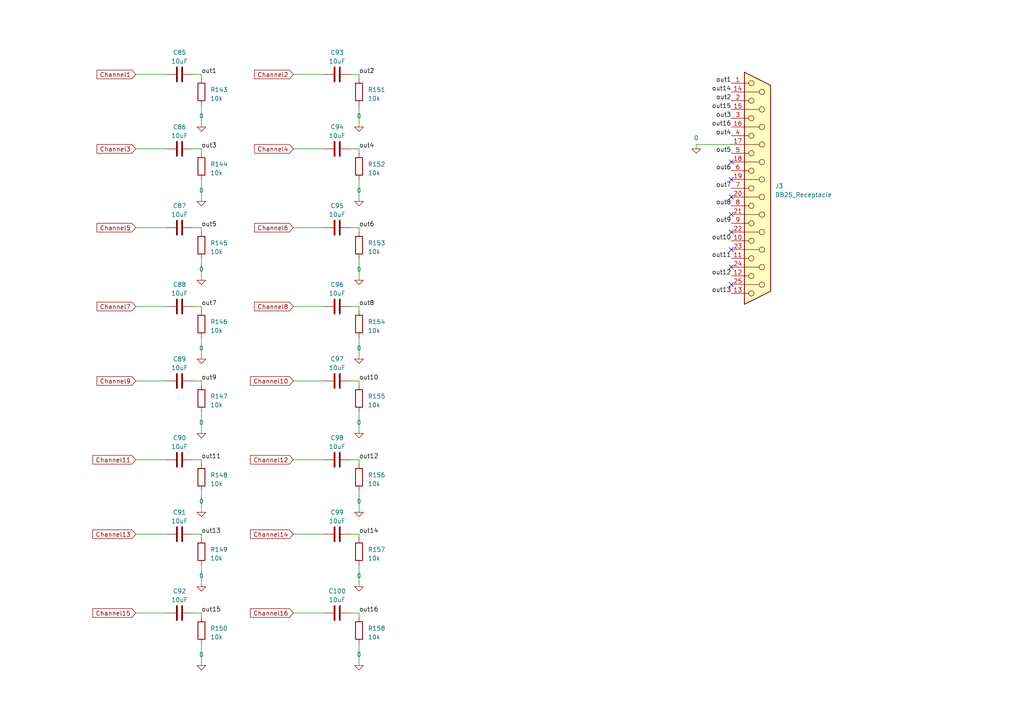
<source format=kicad_sch>
(kicad_sch (version 20230121) (generator eeschema)
  (paper "A4")
  (lib_symbols
    (symbol "Connector:DB25_Receptacle" (pin_names (offset 1.016) hide)
      (property "Reference" "J" (at 0 34.29 0))
      (property "Value" "DB25_Receptacle" (at 0 -34.925 0))
      (symbol "DB25_Receptacle_0_1"
        (circle (center -1.778 -30.48) (radius 0.762))
        (circle (center -1.778 -25.4) (radius 0.762))
        (circle (center -1.778 -20.32) (radius 0.762))
        (circle (center -1.778 -15.24) (radius 0.762))
        (circle (center -1.778 -10.16) (radius 0.762))
        (circle (center -1.778 -5.08) (radius 0.762))
        (circle (center -1.778 0) (radius 0.762))
        (circle (center -1.778 5.08) (radius 0.762))
        (circle (center -1.778 10.16) (radius 0.762))
        (circle (center -1.778 15.24) (radius 0.762))
        (circle (center -1.778 20.32) (radius 0.762))
        (circle (center -1.778 25.4) (radius 0.762))
        (circle (center -1.778 30.48) (radius 0.762))
        (polyline (pts (xy -3.81 -30.48) (xy -2.54 -30.48)))
        (polyline (pts (xy -3.81 -27.94) (xy 0.508 -27.94)))
        (polyline (pts (xy -3.81 -25.4) (xy -2.54 -25.4)))
        (polyline (pts (xy -3.81 -22.86) (xy 0.508 -22.86)))
        (polyline (pts (xy -3.81 -20.32) (xy -2.54 -20.32)))
        (polyline (pts (xy -3.81 -17.78) (xy 0.508 -17.78)))
        (polyline (pts (xy -3.81 -15.24) (xy -2.54 -15.24)))
        (polyline (pts (xy -3.81 -12.7) (xy 0.508 -12.7)))
        (polyline (pts (xy -3.81 -10.16) (xy -2.54 -10.16)))
        (polyline (pts (xy -3.81 -7.62) (xy 0.508 -7.62)))
        (polyline (pts (xy -3.81 -5.08) (xy -2.54 -5.08)))
        (polyline (pts (xy -3.81 -2.54) (xy 0.508 -2.54)))
        (polyline (pts (xy -3.81 0) (xy -2.54 0)))
        (polyline (pts (xy -3.81 2.54) (xy 0.508 2.54)))
        (polyline (pts (xy -3.81 5.08) (xy -2.54 5.08)))
        (polyline (pts (xy -3.81 7.62) (xy 0.508 7.62)))
        (polyline (pts (xy -3.81 10.16) (xy -2.54 10.16)))
        (polyline (pts (xy -3.81 12.7) (xy 0.508 12.7)))
        (polyline (pts (xy -3.81 15.24) (xy -2.54 15.24)))
        (polyline (pts (xy -3.81 17.78) (xy 0.508 17.78)))
        (polyline (pts (xy -3.81 20.32) (xy -2.54 20.32)))
        (polyline (pts (xy -3.81 22.86) (xy 0.508 22.86)))
        (polyline (pts (xy -3.81 25.4) (xy -2.54 25.4)))
        (polyline (pts (xy -3.81 27.94) (xy 0.508 27.94)))
        (polyline (pts (xy -3.81 30.48) (xy -2.54 30.48)))
        (polyline (pts (xy -3.81 33.655) (xy 3.81 29.845) (xy 3.81 -29.845) (xy -3.81 -33.655) (xy -3.81 33.655)) (stroke (width 0.254)) (fill (type background)))
        (circle (center 1.27 -27.94) (radius 0.762))
        (circle (center 1.27 -22.86) (radius 0.762))
        (circle (center 1.27 -17.78) (radius 0.762))
        (circle (center 1.27 -12.7) (radius 0.762))
        (circle (center 1.27 -7.62) (radius 0.762))
        (circle (center 1.27 -2.54) (radius 0.762))
        (circle (center 1.27 2.54) (radius 0.762))
        (circle (center 1.27 7.62) (radius 0.762))
        (circle (center 1.27 12.7) (radius 0.762))
        (circle (center 1.27 17.78) (radius 0.762))
        (circle (center 1.27 22.86) (radius 0.762))
        (circle (center 1.27 27.94) (radius 0.762))
      )
      (symbol "DB25_Receptacle_1_1"
        (pin passive line (at -7.62 30.48 0) (length 3.81) (name "1") (number "1"))
        (pin passive line (at -7.62 -15.24 0) (length 3.81) (name "10") (number "10"))
        (pin passive line (at -7.62 -20.32 0) (length 3.81) (name "11") (number "11"))
        (pin passive line (at -7.62 -25.4 0) (length 3.81) (name "12") (number "12"))
        (pin passive line (at -7.62 -30.48 0) (length 3.81) (name "13") (number "13"))
        (pin passive line (at -7.62 27.94 0) (length 3.81) (name "P14") (number "14"))
        (pin passive line (at -7.62 22.86 0) (length 3.81) (name "P15") (number "15"))
        (pin passive line (at -7.62 17.78 0) (length 3.81) (name "P16") (number "16"))
        (pin passive line (at -7.62 12.7 0) (length 3.81) (name "P17") (number "17"))
        (pin passive line (at -7.62 7.62 0) (length 3.81) (name "P18") (number "18"))
        (pin passive line (at -7.62 2.54 0) (length 3.81) (name "P19") (number "19"))
        (pin passive line (at -7.62 25.4 0) (length 3.81) (name "2") (number "2"))
        (pin passive line (at -7.62 -2.54 0) (length 3.81) (name "P20") (number "20"))
        (pin passive line (at -7.62 -7.62 0) (length 3.81) (name "P21") (number "21"))
        (pin passive line (at -7.62 -12.7 0) (length 3.81) (name "P22") (number "22"))
        (pin passive line (at -7.62 -17.78 0) (length 3.81) (name "P23") (number "23"))
        (pin passive line (at -7.62 -22.86 0) (length 3.81) (name "P24") (number "24"))
        (pin passive line (at -7.62 -27.94 0) (length 3.81) (name "P25") (number "25"))
        (pin passive line (at -7.62 20.32 0) (length 3.81) (name "3") (number "3"))
        (pin passive line (at -7.62 15.24 0) (length 3.81) (name "4") (number "4"))
        (pin passive line (at -7.62 10.16 0) (length 3.81) (name "5") (number "5"))
        (pin passive line (at -7.62 5.08 0) (length 3.81) (name "6") (number "6"))
        (pin passive line (at -7.62 0 0) (length 3.81) (name "7") (number "7"))
        (pin passive line (at -7.62 -5.08 0) (length 3.81) (name "8") (number "8"))
        (pin passive line (at -7.62 -10.16 0) (length 3.81) (name "9") (number "9"))
      )
    )
    (symbol "Device:C" (pin_numbers hide) (pin_names (offset 0.254))
      (property "Reference" "C" (at 0.635 2.54 0))
      (property "Value" "C" (at 0.635 -2.54 0))
      (symbol "C_0_1"
        (polyline (pts (xy -2.032 -0.762) (xy 2.032 -0.762)) (stroke (width 0.508)))
        (polyline (pts (xy -2.032 0.762) (xy 2.032 0.762)) (stroke (width 0.508)))
      )
      (symbol "C_1_1"
        (pin passive line (at 0 3.81 270) (length 2.794) (name "~") (number "1"))
        (pin passive line (at 0 -3.81 90) (length 2.794) (name "~") (number "2"))
      )
    )
    (symbol "Device:R" (pin_numbers hide) (pin_names (offset 0))
      (property "Reference" "R" (at 2.032 0 90))
      (property "Value" "R" (at 0 0 90))
      (symbol "R_0_1"
        (rectangle (start -1.016 -2.54) (end 1.016 2.54) (stroke (width 0.254)))
      )
      (symbol "R_1_1"
        (pin passive line (at 0 3.81 270) (length 1.27) (name "~") (number "1"))
        (pin passive line (at 0 -3.81 90) (length 1.27) (name "~") (number "2"))
      )
    )
    (symbol "pspice:0" (power) (pin_names (offset 0))
      (property "Value" "0" (at 0 -1.778 0))
      (symbol "0_0_1"
        (polyline (pts (xy -1.27 0) (xy 0 -1.27) (xy 1.27 0) (xy -1.27 0)))
      )
      (symbol "0_1_1"
        (pin power_in line (at 0 0 0) (length 0) hide (name "0") (number "1"))
      )
    )
  )
  (no_connect (at 212.09 62.23))
  (no_connect (at 212.09 82.55))
  (no_connect (at 212.09 72.39))
  (no_connect (at 212.09 57.15))
  (no_connect (at 212.09 77.47))
  (no_connect (at 212.09 46.99))
  (no_connect (at 212.09 67.31))
  (no_connect (at 212.09 52.07))
  (wire (pts (xy 39.37 154.94) (xy 48.26 154.94)))
  (wire (pts (xy 55.88 66.04) (xy 58.42 66.04)))
  (wire (pts (xy 201.93 41.91) (xy 201.93 43.18)))
  (wire (pts (xy 104.14 110.49) (xy 104.14 111.76)))
  (wire (pts (xy 39.37 110.49) (xy 48.26 110.49)))
  (wire (pts (xy 104.14 177.8) (xy 104.14 179.07)))
  (wire (pts (xy 104.14 163.83) (xy 104.14 170.18)))
  (wire (pts (xy 39.37 66.04) (xy 48.26 66.04)))
  (wire (pts (xy 101.6 133.35) (xy 104.14 133.35)))
  (wire (pts (xy 104.14 119.38) (xy 104.14 125.73)))
  (wire (pts (xy 39.37 88.9) (xy 48.26 88.9)))
  (wire (pts (xy 85.09 110.49) (xy 93.98 110.49)))
  (wire (pts (xy 58.42 88.9) (xy 58.42 90.17)))
  (wire (pts (xy 58.42 66.04) (xy 58.42 67.31)))
  (wire (pts (xy 104.14 43.18) (xy 104.14 44.45)))
  (wire (pts (xy 104.14 142.24) (xy 104.14 148.59)))
  (wire (pts (xy 58.42 110.49) (xy 58.42 111.76)))
  (wire (pts (xy 85.09 21.59) (xy 93.98 21.59)))
  (wire (pts (xy 55.88 177.8) (xy 58.42 177.8)))
  (wire (pts (xy 101.6 110.49) (xy 104.14 110.49)))
  (wire (pts (xy 58.42 186.69) (xy 58.42 193.04)))
  (wire (pts (xy 104.14 97.79) (xy 104.14 104.14)))
  (wire (pts (xy 85.09 133.35) (xy 93.98 133.35)))
  (wire (pts (xy 58.42 30.48) (xy 58.42 36.83)))
  (wire (pts (xy 55.88 88.9) (xy 58.42 88.9)))
  (wire (pts (xy 104.14 30.48) (xy 104.14 36.83)))
  (wire (pts (xy 104.14 21.59) (xy 104.14 22.86)))
  (wire (pts (xy 39.37 43.18) (xy 48.26 43.18)))
  (wire (pts (xy 104.14 66.04) (xy 104.14 67.31)))
  (wire (pts (xy 104.14 186.69) (xy 104.14 193.04)))
  (wire (pts (xy 104.14 133.35) (xy 104.14 134.62)))
  (wire (pts (xy 55.88 133.35) (xy 58.42 133.35)))
  (wire (pts (xy 55.88 21.59) (xy 58.42 21.59)))
  (wire (pts (xy 85.09 43.18) (xy 93.98 43.18)))
  (wire (pts (xy 101.6 177.8) (xy 104.14 177.8)))
  (wire (pts (xy 39.37 21.59) (xy 48.26 21.59)))
  (wire (pts (xy 55.88 154.94) (xy 58.42 154.94)))
  (wire (pts (xy 104.14 88.9) (xy 104.14 90.17)))
  (wire (pts (xy 104.14 154.94) (xy 104.14 156.21)))
  (wire (pts (xy 101.6 88.9) (xy 104.14 88.9)))
  (wire (pts (xy 101.6 154.94) (xy 104.14 154.94)))
  (wire (pts (xy 58.42 43.18) (xy 58.42 44.45)))
  (wire (pts (xy 58.42 142.24) (xy 58.42 148.59)))
  (wire (pts (xy 58.42 119.38) (xy 58.42 125.73)))
  (wire (pts (xy 39.37 133.35) (xy 48.26 133.35)))
  (wire (pts (xy 101.6 43.18) (xy 104.14 43.18)))
  (wire (pts (xy 58.42 163.83) (xy 58.42 170.18)))
  (wire (pts (xy 58.42 133.35) (xy 58.42 134.62)))
  (wire (pts (xy 58.42 74.93) (xy 58.42 81.28)))
  (wire (pts (xy 212.09 41.91) (xy 201.93 41.91)))
  (wire (pts (xy 58.42 97.79) (xy 58.42 104.14)))
  (wire (pts (xy 55.88 110.49) (xy 58.42 110.49)))
  (wire (pts (xy 85.09 177.8) (xy 93.98 177.8)))
  (wire (pts (xy 104.14 52.07) (xy 104.14 58.42)))
  (wire (pts (xy 58.42 154.94) (xy 58.42 156.21)))
  (wire (pts (xy 85.09 154.94) (xy 93.98 154.94)))
  (wire (pts (xy 58.42 21.59) (xy 58.42 22.86)))
  (wire (pts (xy 58.42 52.07) (xy 58.42 58.42)))
  (wire (pts (xy 85.09 88.9) (xy 93.98 88.9)))
  (wire (pts (xy 85.09 66.04) (xy 93.98 66.04)))
  (wire (pts (xy 58.42 177.8) (xy 58.42 179.07)))
  (wire (pts (xy 101.6 66.04) (xy 104.14 66.04)))
  (wire (pts (xy 55.88 43.18) (xy 58.42 43.18)))
  (wire (pts (xy 101.6 21.59) (xy 104.14 21.59)))
  (wire (pts (xy 39.37 177.8) (xy 48.26 177.8)))
  (wire (pts (xy 104.14 74.93) (xy 104.14 81.28)))
  (label "out12" (at 212.09 80.01 180))
  (label "out10" (at 212.09 69.85 180))
  (label "out10" (at 104.14 110.49 0))
  (label "out6" (at 212.09 49.53 180))
  (label "out6" (at 104.14 66.04 0))
  (label "out3" (at 58.42 43.18 0))
  (label "out11" (at 58.42 133.35 0))
  (label "out2" (at 104.14 21.59 0))
  (label "out15" (at 212.09 31.75 180))
  (label "out4" (at 104.14 43.18 0))
  (label "out8" (at 212.09 59.69 180))
  (label "out7" (at 212.09 54.61 180))
  (label "out1" (at 212.09 24.13 180))
  (label "out13" (at 58.42 154.94 0))
  (label "out4" (at 212.09 39.37 180))
  (label "out11" (at 212.09 74.93 180))
  (label "out8" (at 104.14 88.9 0))
  (label "out1" (at 58.42 21.59 0))
  (label "out16" (at 104.14 177.8 0))
  (label "out5" (at 212.09 44.45 180))
  (label "out16" (at 212.09 36.83 180))
  (label "out7" (at 58.42 88.9 0))
  (label "out15" (at 58.42 177.8 0))
  (label "out2" (at 212.09 29.21 180))
  (label "out9" (at 212.09 64.77 180))
  (label "out9" (at 58.42 110.49 0))
  (label "out14" (at 212.09 26.67 180))
  (label "out12" (at 104.14 133.35 0))
  (label "out5" (at 58.42 66.04 0))
  (label "out13" (at 212.09 85.09 180))
  (label "out3" (at 212.09 34.29 180))
  (label "out14" (at 104.14 154.94 0))
  (global_label "Channel5" (shape input) (at 39.37 66.04 180) (property "Intersheetrefs" "${INTERSHEET_REFS}" (effects hide)))
  (global_label "Channel1" (shape input) (at 39.37 21.59 180) (property "Intersheetrefs" "${INTERSHEET_REFS}" (effects hide)))
  (global_label "Channel11" (shape input) (at 39.37 133.35 180) (property "Intersheetrefs" "${INTERSHEET_REFS}" (effects hide)))
  (global_label "Channel16" (shape input) (at 85.09 177.8 180) (property "Intersheetrefs" "${INTERSHEET_REFS}" (effects hide)))
  (global_label "Channel10" (shape input) (at 85.09 110.49 180) (property "Intersheetrefs" "${INTERSHEET_REFS}" (effects hide)))
  (global_label "Channel7" (shape input) (at 39.37 88.9 180) (property "Intersheetrefs" "${INTERSHEET_REFS}" (effects hide)))
  (global_label "Channel6" (shape input) (at 85.09 66.04 180) (property "Intersheetrefs" "${INTERSHEET_REFS}" (effects hide)))
  (global_label "Channel9" (shape input) (at 39.37 110.49 180) (property "Intersheetrefs" "${INTERSHEET_REFS}" (effects hide)))
  (global_label "Channel3" (shape input) (at 39.37 43.18 180) (property "Intersheetrefs" "${INTERSHEET_REFS}" (effects hide)))
  (global_label "Channel2" (shape input) (at 85.09 21.59 180) (property "Intersheetrefs" "${INTERSHEET_REFS}" (effects hide)))
  (global_label "Channel13" (shape input) (at 39.37 154.94 180) (property "Intersheetrefs" "${INTERSHEET_REFS}" (effects hide)))
  (global_label "Channel14" (shape input) (at 85.09 154.94 180) (property "Intersheetrefs" "${INTERSHEET_REFS}" (effects hide)))
  (global_label "Channel8" (shape input) (at 85.09 88.9 180) (property "Intersheetrefs" "${INTERSHEET_REFS}" (effects hide)))
  (global_label "Channel4" (shape input) (at 85.09 43.18 180) (property "Intersheetrefs" "${INTERSHEET_REFS}" (effects hide)))
  (global_label "Channel12" (shape input) (at 85.09 133.35 180) (property "Intersheetrefs" "${INTERSHEET_REFS}" (effects hide)))
  (global_label "Channel15" (shape input) (at 39.37 177.8 180) (property "Intersheetrefs" "${INTERSHEET_REFS}" (effects hide)))
  (symbol (lib_id "Device:C") (at 97.79 21.59 90) (unit 1)
    (property "Reference" "C93" (at 97.79 15.24 90))
    (property "Value" "10uF" (at 97.79 17.78 90))
    (property "Footprint" "Capacitor_SMD:C_1206_3216Metric_Pad1.33x1.80mm_HandSolder" (effects hide))
  )
  (symbol (lib_id "pspice:0") (at 104.14 170.18 0) (unit 1)
    (property "Reference" "#GND055" (effects hide))
    (property "Value" "0" (at 104.14 167.005 0))
    (instances (project "FaultSignalGenerator_Isaiah_16Channel" (path "" (reference "#GND055") (unit 1)) (path "" (reference "#GND0102") (unit 1))))
  )
  (symbol (lib_id "Device:C") (at 52.07 177.8 90) (unit 1)
    (property "Reference" "C92" (at 52.07 171.45 90))
    (property "Value" "10uF" (at 52.07 173.99 90))
    (property "Footprint" "Capacitor_SMD:C_1206_3216Metric_Pad1.33x1.80mm_HandSolder" (effects hide))
  )
  (symbol (lib_id "pspice:0") (at 201.93 43.18 0) (unit 1)
    (property "Reference" "#GND055" (effects hide))
    (property "Value" "0" (at 201.93 40.005 0))
    (instances (project "FaultSignalGenerator_Isaiah_16Channel" (path "" (reference "#GND055") (unit 1)) (path "" (reference "#GND0104") (unit 1))))
  )
  (symbol (lib_id "Device:R") (at 58.42 115.57 180) (unit 1)
    (property "Reference" "R147" (at 60.96 114.935 0) (effects (justify right)))
    (property "Value" "10k" (at 60.96 117.475 0) (effects (justify right)))
    (property "Footprint" "Resistor_SMD:R_1206_3216Metric" (effects hide))
  )
  (symbol (lib_id "Device:C") (at 97.79 66.04 90) (unit 1)
    (property "Reference" "C95" (at 97.79 59.69 90))
    (property "Value" "10uF" (at 97.79 62.23 90))
    (property "Footprint" "Capacitor_SMD:C_1206_3216Metric_Pad1.33x1.80mm_HandSolder" (effects hide))
  )
  (symbol (lib_id "pspice:0") (at 104.14 125.73 0) (unit 1)
    (property "Reference" "#GND055" (effects hide))
    (property "Value" "0" (at 104.14 122.555 0))
    (instances (project "FaultSignalGenerator_Isaiah_16Channel" (path "" (reference "#GND055") (unit 1)) (path "" (reference "#GND0100") (unit 1))))
  )
  (symbol (lib_id "Device:R") (at 58.42 160.02 180) (unit 1)
    (property "Reference" "R149" (at 60.96 159.385 0) (effects (justify right)))
    (property "Value" "10k" (at 60.96 161.925 0) (effects (justify right)))
    (property "Footprint" "Resistor_SMD:R_1206_3216Metric" (effects hide))
  )
  (symbol (lib_id "Device:R") (at 104.14 71.12 180) (unit 1)
    (property "Reference" "R153" (at 106.68 70.485 0) (effects (justify right)))
    (property "Value" "10k" (at 106.68 73.025 0) (effects (justify right)))
    (property "Footprint" "Resistor_SMD:R_1206_3216Metric" (effects hide))
  )
  (symbol (lib_id "Device:C") (at 97.79 110.49 90) (unit 1)
    (property "Reference" "C97" (at 97.79 104.14 90))
    (property "Value" "10uF" (at 97.79 106.68 90))
    (property "Footprint" "Capacitor_SMD:C_1206_3216Metric_Pad1.33x1.80mm_HandSolder" (effects hide))
  )
  (symbol (lib_id "Device:R") (at 58.42 48.26 180) (unit 1)
    (property "Reference" "R144" (at 60.96 47.625 0) (effects (justify right)))
    (property "Value" "10k" (at 60.96 50.165 0) (effects (justify right)))
    (property "Footprint" "Resistor_SMD:R_1206_3216Metric" (effects hide))
  )
  (symbol (lib_id "pspice:0") (at 104.14 36.83 0) (unit 1)
    (property "Reference" "#GND055" (effects hide))
    (property "Value" "0" (at 104.14 33.655 0))
    (instances (project "FaultSignalGenerator_Isaiah_16Channel" (path "" (reference "#GND055") (unit 1)) (path "" (reference "#GND096") (unit 1))))
  )
  (symbol (lib_id "Device:R") (at 58.42 138.43 180) (unit 1)
    (property "Reference" "R148" (at 60.96 137.795 0) (effects (justify right)))
    (property "Value" "10k" (at 60.96 140.335 0) (effects (justify right)))
    (property "Footprint" "Resistor_SMD:R_1206_3216Metric" (effects hide))
  )
  (symbol (lib_id "Device:C") (at 97.79 177.8 90) (unit 1)
    (property "Reference" "C100" (at 97.79 171.45 90))
    (property "Value" "10uF" (at 97.79 173.99 90))
    (property "Footprint" "Capacitor_SMD:C_1206_3216Metric_Pad1.33x1.80mm_HandSolder" (effects hide))
  )
  (symbol (lib_id "Device:R") (at 104.14 138.43 180) (unit 1)
    (property "Reference" "R156" (at 106.68 137.795 0) (effects (justify right)))
    (property "Value" "10k" (at 106.68 140.335 0) (effects (justify right)))
    (property "Footprint" "Resistor_SMD:R_1206_3216Metric" (effects hide))
  )
  (symbol (lib_id "pspice:0") (at 58.42 58.42 0) (unit 1)
    (property "Reference" "#GND055" (effects hide))
    (property "Value" "0" (at 58.42 55.245 0))
    (instances (project "FaultSignalGenerator_Isaiah_16Channel" (path "" (reference "#GND055") (unit 1)) (path "" (reference "#GND089") (unit 1))))
  )
  (symbol (lib_id "Device:R") (at 58.42 182.88 180) (unit 1)
    (property "Reference" "R150" (at 60.96 182.245 0) (effects (justify right)))
    (property "Value" "10k" (at 60.96 184.785 0) (effects (justify right)))
    (property "Footprint" "Resistor_SMD:R_1206_3216Metric" (effects hide))
  )
  (symbol (lib_id "pspice:0") (at 104.14 58.42 0) (unit 1)
    (property "Reference" "#GND055" (effects hide))
    (property "Value" "0" (at 104.14 55.245 0))
    (instances (project "FaultSignalGenerator_Isaiah_16Channel" (path "" (reference "#GND055") (unit 1)) (path "" (reference "#GND097") (unit 1))))
  )
  (symbol (lib_id "Device:R") (at 58.42 26.67 180) (unit 1)
    (property "Reference" "R143" (at 60.96 26.035 0) (effects (justify right)))
    (property "Value" "10k" (at 60.96 28.575 0) (effects (justify right)))
    (property "Footprint" "Resistor_SMD:R_1206_3216Metric" (effects hide))
  )
  (symbol (lib_id "Device:C") (at 52.07 110.49 90) (unit 1)
    (property "Reference" "C89" (at 52.07 104.14 90))
    (property "Value" "10uF" (at 52.07 106.68 90))
    (property "Footprint" "Capacitor_SMD:C_1206_3216Metric_Pad1.33x1.80mm_HandSolder" (effects hide))
  )
  (symbol (lib_id "pspice:0") (at 58.42 104.14 0) (unit 1)
    (property "Reference" "#GND055" (effects hide))
    (property "Value" "0" (at 58.42 100.965 0))
    (instances (project "FaultSignalGenerator_Isaiah_16Channel" (path "" (reference "#GND055") (unit 1)) (path "" (reference "#GND091") (unit 1))))
  )
  (symbol (lib_id "pspice:0") (at 104.14 81.28 0) (unit 1)
    (property "Reference" "#GND055" (effects hide))
    (property "Value" "0" (at 104.14 78.105 0))
    (instances (project "FaultSignalGenerator_Isaiah_16Channel" (path "" (reference "#GND055") (unit 1)) (path "" (reference "#GND098") (unit 1))))
  )
  (symbol (lib_id "Device:C") (at 97.79 43.18 90) (unit 1)
    (property "Reference" "C94" (at 97.79 36.83 90))
    (property "Value" "10uF" (at 97.79 39.37 90))
    (property "Footprint" "Capacitor_SMD:C_1206_3216Metric_Pad1.33x1.80mm_HandSolder" (effects hide))
  )
  (symbol (lib_id "Device:C") (at 52.07 154.94 90) (unit 1)
    (property "Reference" "C91" (at 52.07 148.59 90))
    (property "Value" "10uF" (at 52.07 151.13 90))
    (property "Footprint" "Capacitor_SMD:C_1206_3216Metric_Pad1.33x1.80mm_HandSolder" (effects hide))
  )
  (symbol (lib_id "pspice:0") (at 58.42 125.73 0) (unit 1)
    (property "Reference" "#GND055" (effects hide))
    (property "Value" "0" (at 58.42 122.555 0))
    (instances (project "FaultSignalGenerator_Isaiah_16Channel" (path "" (reference "#GND055") (unit 1)) (path "" (reference "#GND092") (unit 1))))
  )
  (symbol (lib_id "Device:C") (at 52.07 21.59 90) (unit 1)
    (property "Reference" "C85" (at 52.07 15.24 90))
    (property "Value" "10uF" (at 52.07 17.78 90))
    (property "Footprint" "Capacitor_SMD:C_1206_3216Metric_Pad1.33x1.80mm_HandSolder" (effects hide))
  )
  (symbol (lib_id "Device:R") (at 104.14 48.26 180) (unit 1)
    (property "Reference" "R152" (at 106.68 47.625 0) (effects (justify right)))
    (property "Value" "10k" (at 106.68 50.165 0) (effects (justify right)))
    (property "Footprint" "Resistor_SMD:R_1206_3216Metric" (effects hide))
  )
  (symbol (lib_id "Device:R") (at 104.14 115.57 180) (unit 1)
    (property "Reference" "R155" (at 106.68 114.935 0) (effects (justify right)))
    (property "Value" "10k" (at 106.68 117.475 0) (effects (justify right)))
    (property "Footprint" "Resistor_SMD:R_1206_3216Metric" (effects hide))
  )
  (symbol (lib_id "pspice:0") (at 58.42 148.59 0) (unit 1)
    (property "Reference" "#GND055" (effects hide))
    (property "Value" "0" (at 58.42 145.415 0))
    (instances (project "FaultSignalGenerator_Isaiah_16Channel" (path "" (reference "#GND055") (unit 1)) (path "" (reference "#GND093") (unit 1))))
  )
  (symbol (lib_id "Device:R") (at 104.14 160.02 180) (unit 1)
    (property "Reference" "R157" (at 106.68 159.385 0) (effects (justify right)))
    (property "Value" "10k" (at 106.68 161.925 0) (effects (justify right)))
    (property "Footprint" "Resistor_SMD:R_1206_3216Metric" (effects hide))
  )
  (symbol (lib_id "Connector:DB25_Receptacle") (at 219.71 54.61 0) (unit 1)
    (property "Reference" "J3" (at 224.79 53.975 0) (effects (justify left)))
    (property "Value" "DB25_Receptacle" (at 224.79 56.515 0) (effects (justify left)))
    (property "Footprint" "DSUB-25_Female_Horizontal_P2.77x2.54mm_EdgePinOffset9.40mm" (effects hide))
    (property "Datasheet" " ~" (effects hide))
  )
  (symbol (lib_id "Device:R") (at 58.42 93.98 180) (unit 1)
    (property "Reference" "R146" (at 60.96 93.345 0) (effects (justify right)))
    (property "Value" "10k" (at 60.96 95.885 0) (effects (justify right)))
    (property "Footprint" "Resistor_SMD:R_1206_3216Metric" (effects hide))
  )
  (symbol (lib_id "Device:C") (at 52.07 66.04 90) (unit 1)
    (property "Reference" "C87" (at 52.07 59.69 90))
    (property "Value" "10uF" (at 52.07 62.23 90))
    (property "Footprint" "Capacitor_SMD:C_1206_3216Metric_Pad1.33x1.80mm_HandSolder" (effects hide))
  )
  (symbol (lib_id "Device:R") (at 104.14 26.67 180) (unit 1)
    (property "Reference" "R151" (at 106.68 26.035 0) (effects (justify right)))
    (property "Value" "10k" (at 106.68 28.575 0) (effects (justify right)))
    (property "Footprint" "Resistor_SMD:R_1206_3216Metric" (effects hide))
  )
  (symbol (lib_id "Device:R") (at 104.14 93.98 180) (unit 1)
    (property "Reference" "R154" (at 106.68 93.345 0) (effects (justify right)))
    (property "Value" "10k" (at 106.68 95.885 0) (effects (justify right)))
    (property "Footprint" "Resistor_SMD:R_1206_3216Metric" (effects hide))
  )
  (symbol (lib_id "Device:C") (at 97.79 133.35 90) (unit 1)
    (property "Reference" "C98" (at 97.79 127 90))
    (property "Value" "10uF" (at 97.79 129.54 90))
    (property "Footprint" "Capacitor_SMD:C_1206_3216Metric_Pad1.33x1.80mm_HandSolder" (effects hide))
  )
  (symbol (lib_id "Device:C") (at 52.07 43.18 90) (unit 1)
    (property "Reference" "C86" (at 52.07 36.83 90))
    (property "Value" "10uF" (at 52.07 39.37 90))
    (property "Footprint" "Capacitor_SMD:C_1206_3216Metric_Pad1.33x1.80mm_HandSolder" (effects hide))
  )
  (symbol (lib_id "Device:C") (at 52.07 133.35 90) (unit 1)
    (property "Reference" "C90" (at 52.07 127 90))
    (property "Value" "10uF" (at 52.07 129.54 90))
    (property "Footprint" "Capacitor_SMD:C_1206_3216Metric_Pad1.33x1.80mm_HandSolder" (effects hide))
  )
  (symbol (lib_id "pspice:0") (at 104.14 104.14 0) (unit 1)
    (property "Reference" "#GND055" (effects hide))
    (property "Value" "0" (at 104.14 100.965 0))
    (instances (project "FaultSignalGenerator_Isaiah_16Channel" (path "" (reference "#GND055") (unit 1)) (path "" (reference "#GND099") (unit 1))))
  )
  (symbol (lib_id "pspice:0") (at 58.42 81.28 0) (unit 1)
    (property "Reference" "#GND055" (effects hide))
    (property "Value" "0" (at 58.42 78.105 0))
    (instances (project "FaultSignalGenerator_Isaiah_16Channel" (path "" (reference "#GND055") (unit 1)) (path "" (reference "#GND090") (unit 1))))
  )
  (symbol (lib_id "pspice:0") (at 58.42 36.83 0) (unit 1)
    (property "Reference" "#GND055" (effects hide))
    (property "Value" "0" (at 58.42 33.655 0))
    (instances (project "FaultSignalGenerator_Isaiah_16Channel" (path "" (reference "#GND055") (unit 1)) (path "" (reference "#GND088") (unit 1))))
  )
  (symbol (lib_id "Device:R") (at 58.42 71.12 180) (unit 1)
    (property "Reference" "R145" (at 60.96 70.485 0) (effects (justify right)))
    (property "Value" "10k" (at 60.96 73.025 0) (effects (justify right)))
    (property "Footprint" "Resistor_SMD:R_1206_3216Metric" (effects hide))
  )
  (symbol (lib_id "pspice:0") (at 58.42 193.04 0) (unit 1)
    (property "Reference" "#GND055" (effects hide))
    (property "Value" "0" (at 58.42 189.865 0))
    (instances (project "FaultSignalGenerator_Isaiah_16Channel" (path "" (reference "#GND055") (unit 1)) (path "" (reference "#GND095") (unit 1))))
  )
  (symbol (lib_id "Device:R") (at 104.14 182.88 180) (unit 1)
    (property "Reference" "R158" (at 106.68 182.245 0) (effects (justify right)))
    (property "Value" "10k" (at 106.68 184.785 0) (effects (justify right)))
    (property "Footprint" "Resistor_SMD:R_1206_3216Metric" (effects hide))
  )
  (symbol (lib_id "Device:C") (at 52.07 88.9 90) (unit 1)
    (property "Reference" "C88" (at 52.07 82.55 90))
    (property "Value" "10uF" (at 52.07 85.09 90))
    (property "Footprint" "Capacitor_SMD:C_1206_3216Metric_Pad1.33x1.80mm_HandSolder" (effects hide))
  )
  (symbol (lib_id "pspice:0") (at 104.14 148.59 0) (unit 1)
    (property "Reference" "#GND055" (effects hide))
    (property "Value" "0" (at 104.14 145.415 0))
    (instances (project "FaultSignalGenerator_Isaiah_16Channel" (path "" (reference "#GND055") (unit 1)) (path "" (reference "#GND0101") (unit 1))))
  )
  (symbol (lib_id "pspice:0") (at 104.14 193.04 0) (unit 1)
    (property "Reference" "#GND055" (effects hide))
    (property "Value" "0" (at 104.14 189.865 0))
    (instances (project "FaultSignalGenerator_Isaiah_16Channel" (path "" (reference "#GND055") (unit 1)) (path "" (reference "#GND0103") (unit 1))))
  )
  (symbol (lib_id "Device:C") (at 97.79 154.94 90) (unit 1)
    (property "Reference" "C99" (at 97.79 148.59 90))
    (property "Value" "10uF" (at 97.79 151.13 90))
    (property "Footprint" "Capacitor_SMD:C_1206_3216Metric_Pad1.33x1.80mm_HandSolder" (effects hide))
  )
  (symbol (lib_id "Device:C") (at 97.79 88.9 90) (unit 1)
    (property "Reference" "C96" (at 97.79 82.55 90))
    (property "Value" "10uF" (at 97.79 85.09 90))
    (property "Footprint" "Capacitor_SMD:C_1206_3216Metric_Pad1.33x1.80mm_HandSolder" (effects hide))
  )
  (symbol (lib_id "pspice:0") (at 58.42 170.18 0) (unit 1)
    (property "Reference" "#GND055" (effects hide))
    (property "Value" "0" (at 58.42 167.005 0))
    (instances (project "FaultSignalGenerator_Isaiah_16Channel" (path "" (reference "#GND055") (unit 1)) (path "" (reference "#GND094") (unit 1))))
  )
)
</source>
